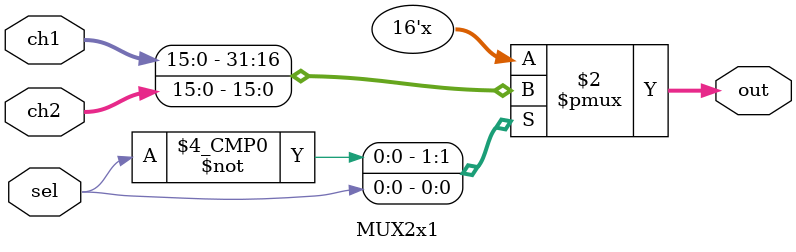
<source format=v>
`timescale 1ns / 1ps
module MUX2x1(
    input [15:0] ch1,
    input [15:0] ch2,
    input sel,
    output reg [15:0] out
    );
	 
	 always @(sel or ch1 or ch2) begin
		case(sel)
			1'b0 : out  = ch1;
			1'b1 : out  = ch2;
		endcase
	 end

endmodule

</source>
